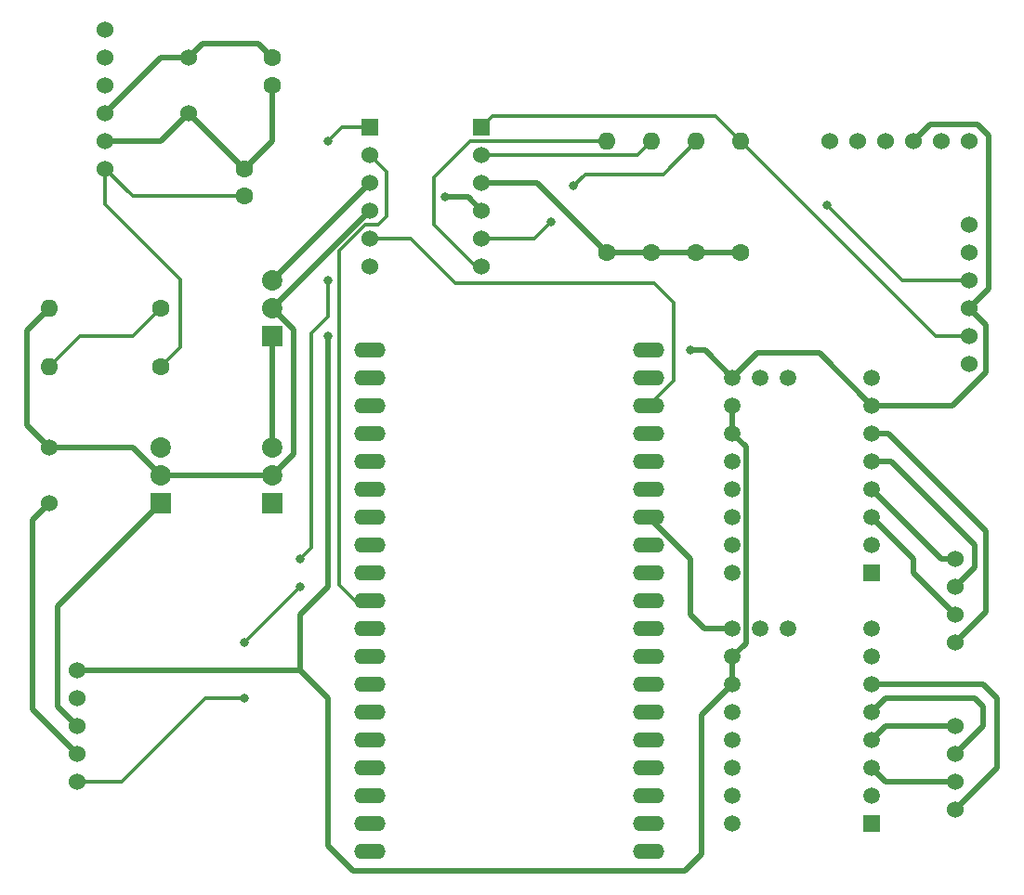
<source format=gtl>
G04 #@! TF.GenerationSoftware,KiCad,Pcbnew,7.0.5*
G04 #@! TF.CreationDate,2024-04-09T17:23:45-07:00*
G04 #@! TF.ProjectId,ClinicV12,436c696e-6963-4563-9132-2e6b69636164,rev?*
G04 #@! TF.SameCoordinates,Original*
G04 #@! TF.FileFunction,Copper,L1,Top*
G04 #@! TF.FilePolarity,Positive*
%FSLAX46Y46*%
G04 Gerber Fmt 4.6, Leading zero omitted, Abs format (unit mm)*
G04 Created by KiCad (PCBNEW 7.0.5) date 2024-04-09 17:23:45*
%MOMM*%
%LPD*%
G01*
G04 APERTURE LIST*
G04 #@! TA.AperFunction,ComponentPad*
%ADD10R,1.508000X1.508000*%
G04 #@! TD*
G04 #@! TA.AperFunction,ComponentPad*
%ADD11C,1.508000*%
G04 #@! TD*
G04 #@! TA.AperFunction,ComponentPad*
%ADD12R,1.860000X1.860000*%
G04 #@! TD*
G04 #@! TA.AperFunction,ComponentPad*
%ADD13C,1.860000*%
G04 #@! TD*
G04 #@! TA.AperFunction,ComponentPad*
%ADD14C,1.524000*%
G04 #@! TD*
G04 #@! TA.AperFunction,ComponentPad*
%ADD15C,1.600000*%
G04 #@! TD*
G04 #@! TA.AperFunction,ComponentPad*
%ADD16O,1.600000X1.600000*%
G04 #@! TD*
G04 #@! TA.AperFunction,ComponentPad*
%ADD17O,2.844800X1.422400*%
G04 #@! TD*
G04 #@! TA.AperFunction,ComponentPad*
%ADD18R,1.524000X1.524000*%
G04 #@! TD*
G04 #@! TA.AperFunction,ViaPad*
%ADD19C,0.800000*%
G04 #@! TD*
G04 #@! TA.AperFunction,Conductor*
%ADD20C,0.500000*%
G04 #@! TD*
G04 #@! TA.AperFunction,Conductor*
%ADD21C,0.300000*%
G04 #@! TD*
G04 APERTURE END LIST*
D10*
X193562000Y-141464000D03*
D11*
X193562000Y-138924000D03*
X193562000Y-136384000D03*
X193562000Y-133844000D03*
X193562000Y-131304000D03*
X193562000Y-128764000D03*
X193562000Y-126224000D03*
X193562000Y-123684000D03*
X180862000Y-141464000D03*
X180862000Y-138924000D03*
X180862000Y-136384000D03*
X180862000Y-133844000D03*
X180862000Y-131304000D03*
X180862000Y-128764000D03*
X180862000Y-126224000D03*
X180862000Y-123684000D03*
X185942000Y-123684000D03*
X183402000Y-123684000D03*
D12*
X138952000Y-97014000D03*
D13*
X138952000Y-94474000D03*
X138952000Y-91934000D03*
D14*
X121172000Y-127494000D03*
X121172000Y-130034000D03*
X121172000Y-132574000D03*
X121172000Y-135114000D03*
X121172000Y-137654000D03*
D15*
X138952000Y-74154000D03*
X138952000Y-71654000D03*
D14*
X202452000Y-86854000D03*
X202452000Y-89394000D03*
X202452000Y-91934000D03*
X202452000Y-94474000D03*
X202452000Y-97014000D03*
X202452000Y-99554000D03*
D15*
X169432000Y-89394000D03*
D16*
X169432000Y-79234000D03*
D14*
X189752000Y-79234000D03*
X192292000Y-79234000D03*
X194832000Y-79234000D03*
X197372000Y-79234000D03*
X199912000Y-79234000D03*
X202452000Y-79234000D03*
D12*
X138952000Y-112254000D03*
D13*
X138952000Y-109714000D03*
X138952000Y-107174000D03*
D12*
X128792000Y-112254000D03*
D13*
X128792000Y-109714000D03*
X128792000Y-107174000D03*
D14*
X201182000Y-117334000D03*
X201182000Y-119874000D03*
X201182000Y-122414000D03*
X201182000Y-124954000D03*
D17*
X147842000Y-98284000D03*
X147842000Y-100824000D03*
X147842000Y-131304000D03*
X173242000Y-98284000D03*
X173242000Y-113524000D03*
X173242000Y-131304000D03*
X173242000Y-133844000D03*
X173242000Y-128764000D03*
X173242000Y-121144000D03*
X173242000Y-144004000D03*
X173242000Y-141464000D03*
X173242000Y-138924000D03*
X147842000Y-136384000D03*
X147842000Y-138924000D03*
X147842000Y-141464000D03*
X147842000Y-128764000D03*
X147842000Y-133844000D03*
X147842000Y-126224000D03*
X173242000Y-136384000D03*
X173242000Y-126224000D03*
X173242000Y-123684000D03*
X173242000Y-118604000D03*
X173242000Y-116064000D03*
X173242000Y-110984000D03*
X173242000Y-103364000D03*
X173242000Y-100824000D03*
X147842000Y-118604000D03*
X147842000Y-121144000D03*
X147842000Y-123684000D03*
X147842000Y-113524000D03*
X147842000Y-116064000D03*
X147842000Y-108444000D03*
X147842000Y-110984000D03*
X147842000Y-103364000D03*
X147842000Y-105904000D03*
X173242000Y-108444000D03*
X173242000Y-105904000D03*
X147842000Y-144004000D03*
D15*
X128792000Y-94474000D03*
D16*
X118632000Y-94474000D03*
D10*
X193562000Y-118604000D03*
D11*
X193562000Y-116064000D03*
X193562000Y-113524000D03*
X193562000Y-110984000D03*
X193562000Y-108444000D03*
X193562000Y-105904000D03*
X193562000Y-103364000D03*
X193562000Y-100824000D03*
X180862000Y-118604000D03*
X180862000Y-116064000D03*
X180862000Y-113524000D03*
X180862000Y-110984000D03*
X180862000Y-108444000D03*
X180862000Y-105904000D03*
X180862000Y-103364000D03*
X180862000Y-100824000D03*
X185942000Y-100824000D03*
X183402000Y-100824000D03*
D14*
X123712000Y-81774000D03*
X123712000Y-79234000D03*
X123712000Y-76694000D03*
X123712000Y-74154000D03*
X123712000Y-71614000D03*
X123712000Y-69074000D03*
D15*
X173482000Y-89394000D03*
D16*
X173482000Y-79234000D03*
D15*
X177532000Y-89394000D03*
D16*
X177532000Y-79234000D03*
D15*
X136412000Y-84274000D03*
X136412000Y-81774000D03*
X128792000Y-99808000D03*
D16*
X118632000Y-99808000D03*
D14*
X131332000Y-76694000D03*
X131332000Y-71614000D03*
X118632000Y-112254000D03*
X118632000Y-107174000D03*
D15*
X181582000Y-89394000D03*
D16*
X181582000Y-79234000D03*
D14*
X158002000Y-85584000D03*
X147842000Y-85584000D03*
X158002000Y-83044000D03*
D18*
X158002000Y-77964000D03*
D14*
X158002000Y-80504000D03*
X158002000Y-88124000D03*
X158002000Y-90664000D03*
X147842000Y-83044000D03*
D18*
X147842000Y-77964000D03*
D14*
X147842000Y-80504000D03*
X147842000Y-88124000D03*
X147842000Y-90664000D03*
X201182000Y-132574000D03*
X201182000Y-135114000D03*
X201182000Y-137654000D03*
X201182000Y-140194000D03*
D19*
X177052500Y-98298000D03*
X154686000Y-84328000D03*
X144032000Y-97014000D03*
X189484000Y-85090000D03*
X164338000Y-86614000D03*
X166370000Y-83312000D03*
X136412000Y-130034000D03*
X136412000Y-124954000D03*
X141492000Y-119874000D03*
X144032000Y-91934000D03*
X141492000Y-117334000D03*
X144032000Y-79234000D03*
D20*
X193562000Y-103364000D02*
X188750000Y-98552000D01*
X173242000Y-113524000D02*
X177052000Y-117334000D01*
X203962000Y-100330000D02*
X200928000Y-103364000D01*
X180862000Y-100824000D02*
X178336000Y-98298000D01*
X203962000Y-95984000D02*
X203962000Y-100330000D01*
X178322000Y-123684000D02*
X180862000Y-123684000D01*
X204216000Y-78740000D02*
X203200000Y-77724000D01*
X118632000Y-107174000D02*
X116586000Y-105128000D01*
X140892000Y-96414000D02*
X140892000Y-107774000D01*
X202452000Y-94474000D02*
X203962000Y-95984000D01*
X178336000Y-98298000D02*
X177052500Y-98298000D01*
X183134000Y-98552000D02*
X180862000Y-100824000D01*
X140892000Y-107774000D02*
X138952000Y-109714000D01*
X138952000Y-79234000D02*
X138952000Y-74154000D01*
X131332000Y-76694000D02*
X136412000Y-81774000D01*
X123712000Y-79234000D02*
X128792000Y-79234000D01*
X126252000Y-107174000D02*
X118632000Y-107174000D01*
X128792000Y-79234000D02*
X131332000Y-76694000D01*
X116586000Y-96520000D02*
X118632000Y-94474000D01*
X116586000Y-105128000D02*
X116586000Y-96520000D01*
X198882000Y-77724000D02*
X197372000Y-79234000D01*
X154686000Y-84328000D02*
X156746000Y-84328000D01*
X202452000Y-94474000D02*
X204216000Y-92710000D01*
X200928000Y-103364000D02*
X193562000Y-103364000D01*
X177052000Y-122414000D02*
X178322000Y-123684000D01*
X128792000Y-109714000D02*
X126252000Y-107174000D01*
X203200000Y-77724000D02*
X198882000Y-77724000D01*
X138952000Y-94474000D02*
X147842000Y-85584000D01*
X177052000Y-117334000D02*
X177052000Y-122414000D01*
X156746000Y-84328000D02*
X158002000Y-85584000D01*
X138952000Y-109714000D02*
X128792000Y-109714000D01*
X204216000Y-92710000D02*
X204216000Y-78740000D01*
X136412000Y-81774000D02*
X138952000Y-79234000D01*
X138952000Y-94474000D02*
X140892000Y-96414000D01*
X188750000Y-98552000D02*
X183134000Y-98552000D01*
X169446000Y-89408000D02*
X173468000Y-89408000D01*
X123712000Y-76694000D02*
X128792000Y-71614000D01*
X169432000Y-89394000D02*
X169446000Y-89408000D01*
X173503000Y-89408000D02*
X177525000Y-89408000D01*
X163068000Y-83058000D02*
X158016000Y-83058000D01*
X132588000Y-70358000D02*
X131332000Y-71614000D01*
X169432000Y-89394000D02*
X169404000Y-89394000D01*
X128792000Y-71614000D02*
X131332000Y-71614000D01*
X138952000Y-107174000D02*
X138952000Y-97014000D01*
X173468000Y-89408000D02*
X173482000Y-89394000D01*
X181582000Y-89394000D02*
X177532000Y-89394000D01*
X169404000Y-89394000D02*
X163068000Y-83058000D01*
X138952000Y-71654000D02*
X137656000Y-70358000D01*
X158016000Y-83058000D02*
X158002000Y-83044000D01*
X137656000Y-70358000D02*
X132588000Y-70358000D01*
X180862000Y-103364000D02*
X180862000Y-105904000D01*
X178054000Y-144272000D02*
X178054000Y-131572000D01*
X144032000Y-97014000D02*
X144032000Y-119874000D01*
X144032000Y-143524000D02*
X146304000Y-145796000D01*
X180862000Y-126224000D02*
X180862000Y-128764000D01*
X147842000Y-83044000D02*
X138952000Y-91934000D01*
X178054000Y-131572000D02*
X180862000Y-128764000D01*
X141492000Y-127494000D02*
X141492000Y-122414000D01*
X144032000Y-130034000D02*
X144032000Y-143524000D01*
X176530000Y-145796000D02*
X178054000Y-144272000D01*
X180862000Y-105904000D02*
X182066000Y-107108000D01*
X182066000Y-107108000D02*
X182066000Y-125020000D01*
X121172000Y-127494000D02*
X141492000Y-127494000D01*
X146304000Y-145796000D02*
X176530000Y-145796000D01*
X141492000Y-127494000D02*
X144032000Y-130034000D01*
X182066000Y-125020000D02*
X180862000Y-126224000D01*
X141492000Y-122414000D02*
X144032000Y-119874000D01*
D21*
X128792000Y-94474000D02*
X126238000Y-97028000D01*
X126238000Y-97028000D02*
X121412000Y-97028000D01*
X121412000Y-97028000D02*
X118632000Y-99808000D01*
D20*
X121144000Y-135114000D02*
X121172000Y-135114000D01*
X117094000Y-113792000D02*
X117094000Y-131064000D01*
X118632000Y-112254000D02*
X117094000Y-113792000D01*
X117094000Y-131064000D02*
X121144000Y-135114000D01*
D21*
X169432000Y-79234000D02*
X156986000Y-79234000D01*
X153670000Y-86854000D02*
X157480000Y-90664000D01*
X156986000Y-79234000D02*
X153670000Y-82550000D01*
X157480000Y-90664000D02*
X158002000Y-90664000D01*
X153670000Y-82550000D02*
X153670000Y-86854000D01*
X172212000Y-80504000D02*
X158002000Y-80504000D01*
X173482000Y-79234000D02*
X172212000Y-80504000D01*
X189484000Y-85090000D02*
X196328000Y-91934000D01*
X196328000Y-91934000D02*
X202452000Y-91934000D01*
X174540000Y-82254000D02*
X167428000Y-82254000D01*
X177532000Y-79234000D02*
X177532000Y-79262000D01*
X164338000Y-86614000D02*
X162828000Y-88124000D01*
X162828000Y-88124000D02*
X158002000Y-88124000D01*
X177532000Y-79262000D02*
X174540000Y-82254000D01*
X167428000Y-82254000D02*
X166370000Y-83312000D01*
X159004000Y-76962000D02*
X158002000Y-77964000D01*
X181596000Y-79234000D02*
X181582000Y-79234000D01*
X202452000Y-97014000D02*
X199376000Y-97014000D01*
X179310000Y-76962000D02*
X159004000Y-76962000D01*
X199376000Y-97014000D02*
X181596000Y-79234000D01*
X181582000Y-79234000D02*
X179310000Y-76962000D01*
X136412000Y-124954000D02*
X141492000Y-119874000D01*
X125236000Y-137654000D02*
X132856000Y-130034000D01*
X132856000Y-130034000D02*
X136412000Y-130034000D01*
X121172000Y-137654000D02*
X125236000Y-137654000D01*
X155616446Y-92202000D02*
X173736000Y-92202000D01*
X175514000Y-101092000D02*
X173242000Y-103364000D01*
X175514000Y-93980000D02*
X175514000Y-101092000D01*
X151538446Y-88124000D02*
X155616446Y-92202000D01*
X147842000Y-88124000D02*
X151538446Y-88124000D01*
X173736000Y-92202000D02*
X175514000Y-93980000D01*
X142494000Y-116332000D02*
X141492000Y-117334000D01*
X144018000Y-95250000D02*
X142494000Y-96774000D01*
X144018000Y-91948000D02*
X144018000Y-95250000D01*
X145302000Y-77964000D02*
X144032000Y-79234000D01*
X147842000Y-77964000D02*
X145302000Y-77964000D01*
X142494000Y-96774000D02*
X142494000Y-116332000D01*
X144032000Y-91934000D02*
X144018000Y-91948000D01*
X147842000Y-80504000D02*
X149352000Y-82014000D01*
X148590000Y-86868000D02*
X147406528Y-86868000D01*
X149352000Y-82014000D02*
X149352000Y-86106000D01*
X149352000Y-86106000D02*
X148590000Y-86868000D01*
X145034000Y-119747000D02*
X146431000Y-121144000D01*
X146431000Y-121144000D02*
X147842000Y-121144000D01*
X145034000Y-89240528D02*
X145034000Y-119747000D01*
X147406528Y-86868000D02*
X145034000Y-89240528D01*
X130556000Y-98044000D02*
X128792000Y-99808000D01*
X123712000Y-81802000D02*
X123712000Y-81774000D01*
X123712000Y-81774000D02*
X123712000Y-84977000D01*
X126184000Y-84274000D02*
X123712000Y-81802000D01*
X130556000Y-91821000D02*
X130556000Y-98044000D01*
X123712000Y-84977000D02*
X130556000Y-91821000D01*
X136412000Y-84274000D02*
X126184000Y-84274000D01*
D20*
X121144000Y-132574000D02*
X119380000Y-130810000D01*
X119380000Y-130810000D02*
X119380000Y-121666000D01*
X121172000Y-132574000D02*
X121144000Y-132574000D01*
X119380000Y-121666000D02*
X128792000Y-112254000D01*
X201182000Y-117334000D02*
X199884000Y-117334000D01*
X199884000Y-117334000D02*
X193562000Y-111012000D01*
X193562000Y-111012000D02*
X193562000Y-110984000D01*
X202946000Y-116078000D02*
X195312000Y-108444000D01*
X195312000Y-108444000D02*
X193562000Y-108444000D01*
X202946000Y-118110000D02*
X202946000Y-116078000D01*
X201182000Y-119874000D02*
X202946000Y-118110000D01*
X197358000Y-118590000D02*
X197358000Y-117320000D01*
X197358000Y-117320000D02*
X193562000Y-113524000D01*
X201182000Y-122414000D02*
X197358000Y-118590000D01*
X203962000Y-122174000D02*
X203962000Y-114808000D01*
X203962000Y-114808000D02*
X195058000Y-105904000D01*
X195058000Y-105904000D02*
X193562000Y-105904000D01*
X201182000Y-124954000D02*
X203962000Y-122174000D01*
X194832000Y-132574000D02*
X193562000Y-133844000D01*
X201182000Y-132574000D02*
X194832000Y-132574000D01*
X202946000Y-130048000D02*
X194818000Y-130048000D01*
X201182000Y-135114000D02*
X203708000Y-132588000D01*
X203708000Y-132588000D02*
X203708000Y-130810000D01*
X194818000Y-130048000D02*
X193562000Y-131304000D01*
X203708000Y-130810000D02*
X202946000Y-130048000D01*
X201182000Y-137654000D02*
X194832000Y-137654000D01*
X194832000Y-137654000D02*
X193562000Y-136384000D01*
X204992000Y-136384000D02*
X204992000Y-130062000D01*
X204992000Y-130062000D02*
X203694000Y-128764000D01*
X203694000Y-128764000D02*
X193562000Y-128764000D01*
X201182000Y-140194000D02*
X204992000Y-136384000D01*
M02*

</source>
